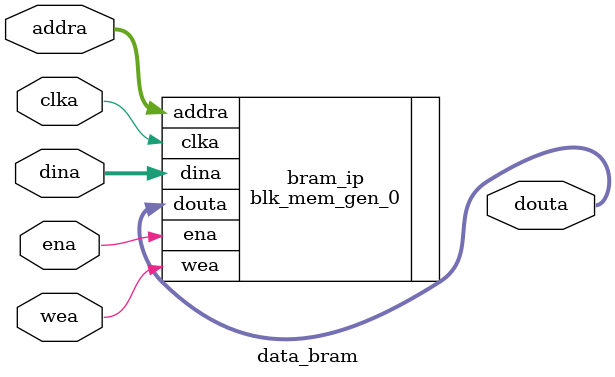
<source format=v>
`timescale 1ns / 1ps
module data_bram(
    input wire clka,
    input wire ena,
    input wire wea,
    input wire [9:0] addra,
    input wire [31:0] dina,
    output wire [31:0] douta
);

    
    blk_mem_gen_0 bram_ip (
        .clka(clka),
        .ena(ena),
        .wea(wea),
        .addra(addra),
        .dina(dina),
        .douta(douta)
    );

endmodule
</source>
